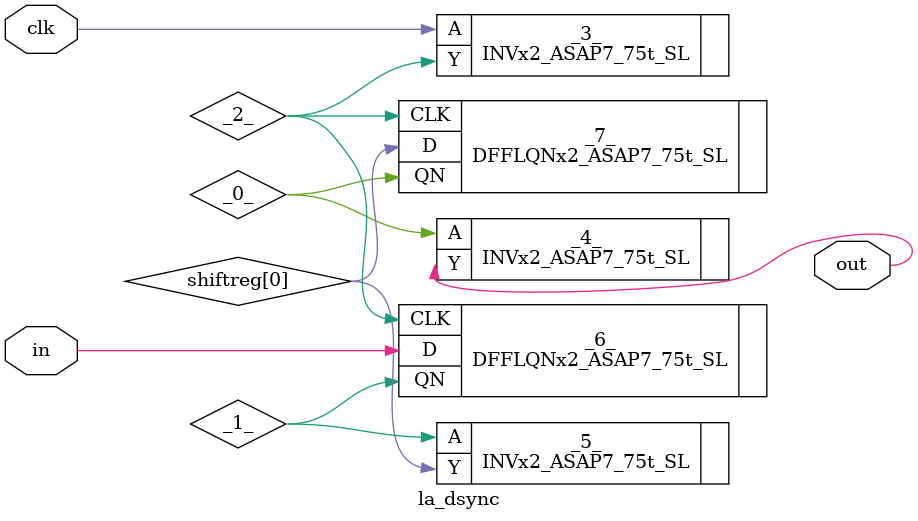
<source format=v>

/* Generated by Yosys 0.37 (git sha1 a5c7f69ed, clang 14.0.0-1ubuntu1.1 -fPIC -Os) */

module la_dsync(clk, in, out);
  wire _0_;
  wire _1_;
  wire _2_;
  input clk;
  wire clk;
  input in;
  wire in;
  output out;
  wire out;
  wire \shiftreg[0] ;
  INVx2_ASAP7_75t_SL _3_ (
    .A(clk),
    .Y(_2_)
  );
  INVx2_ASAP7_75t_SL _4_ (
    .A(_0_),
    .Y(out)
  );
  INVx2_ASAP7_75t_SL _5_ (
    .A(_1_),
    .Y(\shiftreg[0] )
  );
  DFFLQNx2_ASAP7_75t_SL _6_ (
    .CLK(_2_),
    .D(in),
    .QN(_1_)
  );
  DFFLQNx2_ASAP7_75t_SL _7_ (
    .CLK(_2_),
    .D(\shiftreg[0] ),
    .QN(_0_)
  );
endmodule

</source>
